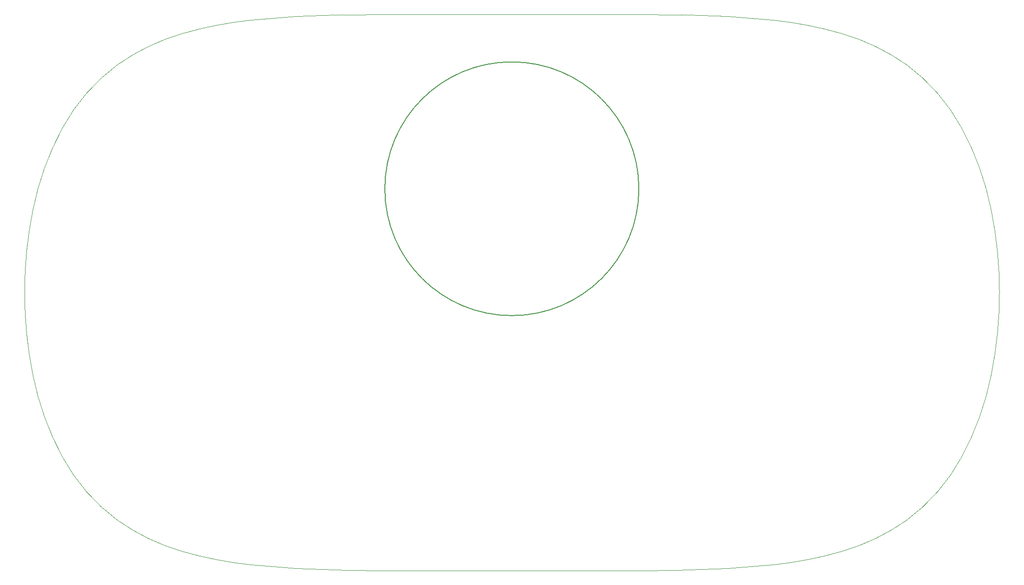
<source format=gbr>
G04 #@! TF.GenerationSoftware,KiCad,Pcbnew,(6.0.0-rc1-dev-454-g181ce46b9)*
G04 #@! TF.CreationDate,2018-09-10T02:16:32-07:00*
G04 #@! TF.ProjectId,Stylish-Belt-Synth - Full,5374796C6973682D42656C742D53796E,rev?*
G04 #@! TF.SameCoordinates,Original*
G04 #@! TF.FileFunction,Profile,NP*
%FSLAX46Y46*%
G04 Gerber Fmt 4.6, Leading zero omitted, Abs format (unit mm)*
G04 Created by KiCad (PCBNEW (6.0.0-rc1-dev-454-g181ce46b9)) date 09/10/18 02:16:32*
%MOMM*%
%LPD*%
G01*
G04 APERTURE LIST*
%ADD10C,0.200000*%
%ADD11C,0.100000*%
G04 APERTURE END LIST*
D10*
X171632991Y-86051776D02*
G75*
G03X171632991Y-86051776I-23169991J0D01*
G01*
D11*
X179415123Y-54283441D02*
G75*
G02X196203694Y-55269032I-2328060J-183137393D01*
G01*
X179415124Y-54283442D02*
X170851904Y-54174585D01*
X117587076Y-54283442D02*
X126150296Y-54174585D01*
X160037453Y-54174585D02*
X148501100Y-54203600D01*
X136964747Y-54174585D02*
X148501100Y-54203600D01*
X170851904Y-54174585D02*
X160037453Y-54174585D01*
X126150296Y-54174585D02*
X136964747Y-54174585D01*
X117587077Y-155723759D02*
G75*
G02X100798506Y-154738168I2328060J183137393D01*
G01*
X66489823Y-135042325D02*
G75*
G02X61103601Y-120058635I46561744J25197603D01*
G01*
X88362058Y-152298406D02*
G75*
G02X76484537Y-146563252I10946241J37836466D01*
G01*
X196203695Y-154738167D02*
G75*
G02X179415124Y-155723758I-19116632J182151801D01*
G01*
X230512378Y-135042325D02*
G75*
G02X220517663Y-146563252I-30819117J16640608D01*
G01*
X235898599Y-120058635D02*
G75*
G02X230512377Y-135042325I-51947966J10213913D01*
G01*
X208640141Y-152298406D02*
G75*
G02X196203694Y-154738168I-20151862J69805482D01*
G01*
X76484538Y-146563252D02*
G75*
G02X66489823Y-135042325I20824401J28161535D01*
G01*
X220517663Y-146563252D02*
G75*
G02X208640142Y-152298406I-22823762J32101312D01*
G01*
X117587076Y-155723758D02*
X126150296Y-155832615D01*
X61103600Y-120058635D02*
G75*
G02X59601100Y-105003600I73147618J14902665D01*
G01*
X126150296Y-155832615D02*
X136964747Y-155832615D01*
X170851904Y-155832615D02*
X160037453Y-155832615D01*
X136964747Y-155832615D02*
X148501100Y-155803600D01*
X100798505Y-154738168D02*
G75*
G02X88362058Y-152298406I7715416J72245244D01*
G01*
X237401099Y-105003600D02*
G75*
G02X235898599Y-120058635I-74650117J-152370D01*
G01*
X179415124Y-155723758D02*
X170851904Y-155832615D01*
X160037453Y-155832615D02*
X148501100Y-155803600D01*
X235898600Y-89948565D02*
G75*
G02X237401100Y-105003600I-73147618J-14902665D01*
G01*
X230512377Y-74964875D02*
G75*
G02X235898599Y-89948565I-46561744J-25197603D01*
G01*
X220517662Y-63443948D02*
G75*
G02X230512377Y-74964875I-20824401J-28161535D01*
G01*
X208640142Y-57708794D02*
G75*
G02X220517663Y-63443948I-10946241J-37836466D01*
G01*
X196203695Y-55269032D02*
G75*
G02X208640142Y-57708794I-7715416J-72245244D01*
G01*
X100798505Y-55269033D02*
G75*
G02X117587076Y-54283442I19116632J-182151801D01*
G01*
X88362059Y-57708794D02*
G75*
G02X100798506Y-55269032I20151862J-69805482D01*
G01*
X76484537Y-63443948D02*
G75*
G02X88362058Y-57708794I22823762J-32101312D01*
G01*
X66489822Y-74964875D02*
G75*
G02X76484537Y-63443948I30819117J-16640608D01*
G01*
X61103601Y-89948565D02*
G75*
G02X66489823Y-74964875I51947966J-10213913D01*
G01*
X59601101Y-105003600D02*
G75*
G02X61103601Y-89948565I74650117J152370D01*
G01*
M02*

</source>
